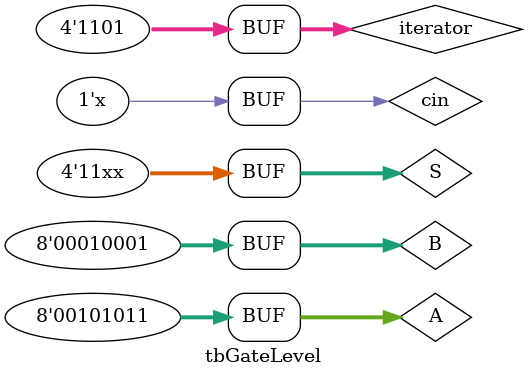
<source format=v>
/*
    Homework 1-> Question 4-> Part a
    Coded by Parsa Yousefi Nejad
*/
module tbGateLevel;

    reg [7:0] A;
    reg [7:0] B;
    reg [3:0] S;
    reg cin;
    wire Z, cout;
    wire [7:0] D;

    reg [60:0] strings [0:15];
    reg [3:0] iterator;

    GateLevelALU u0(A, B, cin, S, Z, cout, D);

    initial begin

        strings[0]  = "A+B";
        strings[1]  = "A+B+1";
        strings[2]  = "A+B\'";
        strings[3]  = "A+B\'+1";
        strings[4]  = "A";
        strings[5]  = "A+1";
        strings[6]  = "A-1";
        strings[7]  = "A";
        strings[8]  = "A&B";
        strings[9]  = "A|B";
        strings[10] = "A^B";
        strings[11] = "A\'";
        strings[12] = "ShRA";
        strings[13] = "ShLA";
        
        A = 8'd43;
        B = 8'd17;

        $display("Gate-Level ALU\nCoded By: **Parsa Yousefi Nejad**");
        $display("S3\tS2\tS1\tS0\tCin\tFormula\t\tA(#D)\tB(#D)\t D(#D)\tA(#B)   \tB(#B)    \tD(#B)");
        $monitor("%b\t%b\t%b\t%b\t%b\t%S\t%D\t%D\t%D\t%B\t%B\t%B",S[3], S[2], S[1], S[0], cin, strings[iterator], A, B, D, A, B, D);

        iterator = 0; S = 4'b0000; cin = 1'b0;
    #10
        iterator = 1; S = 4'b0000; cin = 1'b1;
    #10
        iterator = 2; S = 4'b0001; cin = 1'b0;
    #10
        iterator = 3; S = 4'b0001; cin = 1'b1;
    #10
        iterator = 4; S = 4'b0010; cin = 1'b0;
    #10
        iterator = 5; S = 4'b0010; cin = 1'b1;
    #10
        iterator = 6; S = 4'b0011; cin = 1'b0;
    #10
        iterator = 7; S = 4'b0011; cin = 1'b1;
    #10
        iterator = 8; S = 4'b0100; cin = 1'bx;
    #10
        iterator = 9; S = 4'b0101; cin = 1'bx;
    #10
        iterator = 10; S = 4'b0110; cin = 1'bx;
    #10
        iterator = 11; S = 4'b0111; cin = 1'bx;
    #10
        iterator = 12; S = 4'b10xx; cin = 1'bx;
    #10
        iterator = 13; S = 4'b11xx; cin = 1'bx;
    
    end

endmodule
// Test Bench For PA Q4 H1
</source>
